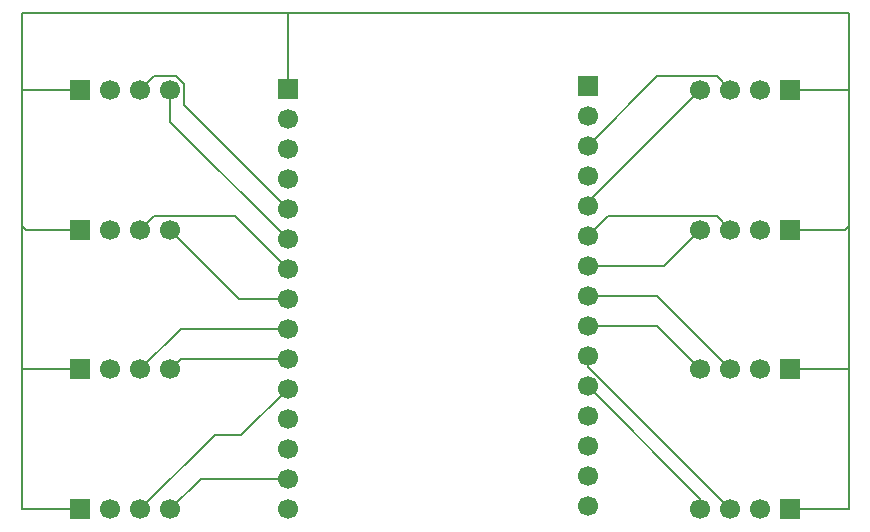
<source format=gbr>
%TF.GenerationSoftware,KiCad,Pcbnew,9.0.3-9.0.3-0~ubuntu24.04.1*%
%TF.CreationDate,2025-08-18T18:47:54+03:00*%
%TF.ProjectId,PCH_ESP32,5043485f-4553-4503-9332-2e6b69636164,rev?*%
%TF.SameCoordinates,Original*%
%TF.FileFunction,Copper,L1,Top*%
%TF.FilePolarity,Positive*%
%FSLAX46Y46*%
G04 Gerber Fmt 4.6, Leading zero omitted, Abs format (unit mm)*
G04 Created by KiCad (PCBNEW 9.0.3-9.0.3-0~ubuntu24.04.1) date 2025-08-18 18:47:54*
%MOMM*%
%LPD*%
G01*
G04 APERTURE LIST*
%TA.AperFunction,ComponentPad*%
%ADD10C,1.700000*%
%TD*%
%TA.AperFunction,ComponentPad*%
%ADD11R,1.700000X1.700000*%
%TD*%
%TA.AperFunction,Conductor*%
%ADD12C,0.200000*%
%TD*%
G04 APERTURE END LIST*
D10*
%TO.P,J7,4,Pin_4*%
%TO.N,Net-(J1-Pin_6)*%
X140080000Y-61000000D03*
%TO.P,J7,3,Pin_3*%
%TO.N,Net-(J1-Pin_5)*%
X137540000Y-61000000D03*
%TO.P,J7,2,Pin_2*%
%TO.N,Net-(J1-Pin_2)*%
X135000000Y-61000000D03*
D11*
%TO.P,J7,1,Pin_1*%
%TO.N,Net-(J1-Pin_1)*%
X132460000Y-61000000D03*
%TD*%
D10*
%TO.P,J1,15,Pin_15*%
%TO.N,unconnected-(J1-Pin_15-Pad15)*%
X150000000Y-96450000D03*
%TO.P,J1,14,Pin_14*%
%TO.N,Net-(J1-Pin_14)*%
X150000000Y-93910000D03*
%TO.P,J1,13,Pin_13*%
%TO.N,unconnected-(J1-Pin_13-Pad13)*%
X150000000Y-91370000D03*
%TO.P,J1,12,Pin_12*%
%TO.N,unconnected-(J1-Pin_12-Pad12)*%
X150000000Y-88830000D03*
%TO.P,J1,11,Pin_11*%
%TO.N,Net-(J1-Pin_11)*%
X150000000Y-86290000D03*
%TO.P,J1,10,Pin_10*%
%TO.N,Net-(J1-Pin_10)*%
X150000000Y-83750000D03*
%TO.P,J1,9,Pin_9*%
%TO.N,Net-(J1-Pin_9)*%
X150000000Y-81210000D03*
%TO.P,J1,8,Pin_8*%
%TO.N,Net-(J1-Pin_8)*%
X150000000Y-78670000D03*
%TO.P,J1,7,Pin_7*%
%TO.N,Net-(J1-Pin_7)*%
X150000000Y-76130000D03*
%TO.P,J1,6,Pin_6*%
%TO.N,Net-(J1-Pin_6)*%
X150000000Y-73590000D03*
%TO.P,J1,5,Pin_5*%
%TO.N,Net-(J1-Pin_5)*%
X150000000Y-71050000D03*
%TO.P,J1,4,Pin_4*%
%TO.N,unconnected-(J1-Pin_4-Pad4)*%
X150000000Y-68510000D03*
%TO.P,J1,3,Pin_3*%
%TO.N,unconnected-(J1-Pin_3-Pad3)*%
X150000000Y-65970000D03*
%TO.P,J1,2,Pin_2*%
%TO.N,Net-(J1-Pin_2)*%
X150000000Y-63430000D03*
D11*
%TO.P,J1,1,Pin_1*%
%TO.N,Net-(J1-Pin_1)*%
X150000000Y-60890000D03*
%TD*%
D10*
%TO.P,J9,4,Pin_4*%
%TO.N,Net-(J1-Pin_10)*%
X140080000Y-84660000D03*
%TO.P,J9,3,Pin_3*%
%TO.N,Net-(J1-Pin_9)*%
X137540000Y-84660000D03*
%TO.P,J9,2,Pin_2*%
%TO.N,Net-(J1-Pin_2)*%
X135000000Y-84660000D03*
D11*
%TO.P,J9,1,Pin_1*%
%TO.N,Net-(J1-Pin_1)*%
X132460000Y-84660000D03*
%TD*%
%TO.P,J2,1,Pin_1*%
%TO.N,unconnected-(J2-Pin_1-Pad1)*%
X175400000Y-60680000D03*
D10*
%TO.P,J2,2,Pin_2*%
%TO.N,unconnected-(J2-Pin_2-Pad2)*%
X175400000Y-63220000D03*
%TO.P,J2,3,Pin_3*%
%TO.N,Net-(J2-Pin_3)*%
X175400000Y-65760000D03*
%TO.P,J2,4,Pin_4*%
%TO.N,unconnected-(J2-Pin_4-Pad4)*%
X175400000Y-68300000D03*
%TO.P,J2,5,Pin_5*%
%TO.N,Net-(J2-Pin_5)*%
X175400000Y-70840000D03*
%TO.P,J2,6,Pin_6*%
%TO.N,Net-(J2-Pin_6)*%
X175400000Y-73380000D03*
%TO.P,J2,7,Pin_7*%
%TO.N,Net-(J2-Pin_7)*%
X175400000Y-75920000D03*
%TO.P,J2,8,Pin_8*%
%TO.N,Net-(J2-Pin_8)*%
X175400000Y-78460000D03*
%TO.P,J2,9,Pin_9*%
%TO.N,Net-(J2-Pin_9)*%
X175400000Y-81000000D03*
%TO.P,J2,10,Pin_10*%
%TO.N,Net-(J2-Pin_10)*%
X175400000Y-83540000D03*
%TO.P,J2,11,Pin_11*%
%TO.N,Net-(J2-Pin_11)*%
X175400000Y-86080000D03*
%TO.P,J2,12,Pin_12*%
%TO.N,unconnected-(J2-Pin_12-Pad12)*%
X175400000Y-88620000D03*
%TO.P,J2,13,Pin_13*%
%TO.N,unconnected-(J2-Pin_13-Pad13)*%
X175400000Y-91160000D03*
%TO.P,J2,14,Pin_14*%
%TO.N,unconnected-(J2-Pin_14-Pad14)*%
X175400000Y-93700000D03*
%TO.P,J2,15,Pin_15*%
%TO.N,unconnected-(J2-Pin_15-Pad15)*%
X175400000Y-96240000D03*
%TD*%
D11*
%TO.P,J5,1,Pin_1*%
%TO.N,Net-(J1-Pin_1)*%
X192540000Y-84660000D03*
D10*
%TO.P,J5,2,Pin_2*%
%TO.N,Net-(J1-Pin_2)*%
X190000000Y-84660000D03*
%TO.P,J5,3,Pin_3*%
%TO.N,Net-(J2-Pin_8)*%
X187460000Y-84660000D03*
%TO.P,J5,4,Pin_4*%
%TO.N,Net-(J2-Pin_9)*%
X184920000Y-84660000D03*
%TD*%
%TO.P,J8,4,Pin_4*%
%TO.N,Net-(J1-Pin_8)*%
X140080000Y-72830000D03*
%TO.P,J8,3,Pin_3*%
%TO.N,Net-(J1-Pin_7)*%
X137540000Y-72830000D03*
%TO.P,J8,2,Pin_2*%
%TO.N,Net-(J1-Pin_2)*%
X135000000Y-72830000D03*
D11*
%TO.P,J8,1,Pin_1*%
%TO.N,Net-(J1-Pin_1)*%
X132460000Y-72830000D03*
%TD*%
D10*
%TO.P,J10,4,Pin_4*%
%TO.N,Net-(J1-Pin_14)*%
X140080000Y-96500000D03*
%TO.P,J10,3,Pin_3*%
%TO.N,Net-(J1-Pin_11)*%
X137540000Y-96500000D03*
%TO.P,J10,2,Pin_2*%
%TO.N,Net-(J1-Pin_2)*%
X135000000Y-96500000D03*
D11*
%TO.P,J10,1,Pin_1*%
%TO.N,Net-(J1-Pin_1)*%
X132460000Y-96500000D03*
%TD*%
%TO.P,J3,1,Pin_1*%
%TO.N,Net-(J1-Pin_1)*%
X192540000Y-61000000D03*
D10*
%TO.P,J3,2,Pin_2*%
%TO.N,Net-(J1-Pin_2)*%
X190000000Y-61000000D03*
%TO.P,J3,3,Pin_3*%
%TO.N,Net-(J2-Pin_3)*%
X187460000Y-61000000D03*
%TO.P,J3,4,Pin_4*%
%TO.N,Net-(J2-Pin_5)*%
X184920000Y-61000000D03*
%TD*%
%TO.P,J6,4,Pin_4*%
%TO.N,Net-(J2-Pin_11)*%
X184920000Y-96500000D03*
%TO.P,J6,3,Pin_3*%
%TO.N,Net-(J2-Pin_10)*%
X187460000Y-96500000D03*
%TO.P,J6,2,Pin_2*%
%TO.N,Net-(J1-Pin_2)*%
X190000000Y-96500000D03*
D11*
%TO.P,J6,1,Pin_1*%
%TO.N,Net-(J1-Pin_1)*%
X192540000Y-96500000D03*
%TD*%
D10*
%TO.P,J4,4,Pin_4*%
%TO.N,Net-(J2-Pin_7)*%
X184920000Y-72830000D03*
%TO.P,J4,3,Pin_3*%
%TO.N,Net-(J2-Pin_6)*%
X187460000Y-72830000D03*
%TO.P,J4,2,Pin_2*%
%TO.N,Net-(J1-Pin_2)*%
X190000000Y-72830000D03*
D11*
%TO.P,J4,1,Pin_1*%
%TO.N,Net-(J1-Pin_1)*%
X192540000Y-72830000D03*
%TD*%
D12*
%TO.N,Net-(J2-Pin_11)*%
X184920000Y-96500000D02*
X184920000Y-95600000D01*
X184920000Y-95600000D02*
X175400000Y-86080000D01*
%TO.N,Net-(J2-Pin_10)*%
X187460000Y-96500000D02*
X175400000Y-84440000D01*
X175400000Y-84440000D02*
X175400000Y-83540000D01*
%TO.N,Net-(J2-Pin_9)*%
X184920000Y-84660000D02*
X181260000Y-81000000D01*
X181260000Y-81000000D02*
X175400000Y-81000000D01*
%TO.N,Net-(J2-Pin_8)*%
X187460000Y-84660000D02*
X181260000Y-78460000D01*
X181260000Y-78460000D02*
X175400000Y-78460000D01*
%TO.N,Net-(J2-Pin_7)*%
X184920000Y-72830000D02*
X181830000Y-75920000D01*
X181830000Y-75920000D02*
X175400000Y-75920000D01*
%TO.N,Net-(J2-Pin_6)*%
X187460000Y-72830000D02*
X186309000Y-71679000D01*
X177101000Y-71679000D02*
X175400000Y-73380000D01*
X186309000Y-71679000D02*
X177101000Y-71679000D01*
%TO.N,Net-(J2-Pin_3)*%
X187460000Y-61000000D02*
X186309000Y-59849000D01*
X186309000Y-59849000D02*
X181311000Y-59849000D01*
X181311000Y-59849000D02*
X175400000Y-65760000D01*
%TO.N,Net-(J2-Pin_5)*%
X184920000Y-61000000D02*
X175400000Y-70520000D01*
X175400000Y-70520000D02*
X175400000Y-70840000D01*
%TO.N,Net-(J1-Pin_14)*%
X140080000Y-96500000D02*
X142670000Y-93910000D01*
X142670000Y-93910000D02*
X150000000Y-93910000D01*
%TO.N,Net-(J1-Pin_11)*%
X137540000Y-96500000D02*
X143821000Y-90219000D01*
X143821000Y-90219000D02*
X146071000Y-90219000D01*
X146071000Y-90219000D02*
X150000000Y-86290000D01*
%TO.N,Net-(J1-Pin_10)*%
X140080000Y-84660000D02*
X140990000Y-83750000D01*
X140990000Y-83750000D02*
X150000000Y-83750000D01*
%TO.N,Net-(J1-Pin_9)*%
X137540000Y-84660000D02*
X140990000Y-81210000D01*
X140990000Y-81210000D02*
X150000000Y-81210000D01*
%TO.N,Net-(J1-Pin_8)*%
X140080000Y-72830000D02*
X145920000Y-78670000D01*
X145920000Y-78670000D02*
X150000000Y-78670000D01*
%TO.N,Net-(J1-Pin_7)*%
X150000000Y-76130000D02*
X145549000Y-71679000D01*
X145549000Y-71679000D02*
X138691000Y-71679000D01*
X138691000Y-71679000D02*
X137540000Y-72830000D01*
%TO.N,Net-(J1-Pin_5)*%
X150000000Y-71050000D02*
X141231000Y-62281000D01*
X141231000Y-62281000D02*
X141231000Y-60523240D01*
X141231000Y-60523240D02*
X140556760Y-59849000D01*
X140556760Y-59849000D02*
X138691000Y-59849000D01*
X138691000Y-59849000D02*
X137540000Y-61000000D01*
%TO.N,Net-(J1-Pin_6)*%
X140080000Y-61000000D02*
X140080000Y-63670000D01*
X140080000Y-63670000D02*
X150000000Y-73590000D01*
%TO.N,Net-(J1-Pin_1)*%
X197500000Y-84500000D02*
X197500000Y-96500000D01*
X192540000Y-96500000D02*
X197500000Y-96500000D01*
X197500000Y-72500000D02*
X197500000Y-84500000D01*
X197340000Y-84660000D02*
X197500000Y-84500000D01*
X192540000Y-84660000D02*
X197340000Y-84660000D01*
X197500000Y-61000000D02*
X197500000Y-72500000D01*
X192540000Y-72830000D02*
X197170000Y-72830000D01*
X197170000Y-72830000D02*
X197500000Y-72500000D01*
X197500000Y-54500000D02*
X197500000Y-61000000D01*
X192540000Y-61000000D02*
X197500000Y-61000000D01*
X127500000Y-61000000D02*
X127500000Y-72500000D01*
X132460000Y-72830000D02*
X127830000Y-72830000D01*
X127830000Y-72830000D02*
X127500000Y-72500000D01*
X127500000Y-84500000D02*
X127500000Y-96500000D01*
X132460000Y-96500000D02*
X127500000Y-96500000D01*
X127500000Y-73000000D02*
X127500000Y-84500000D01*
X127660000Y-84660000D02*
X127500000Y-84500000D01*
X132460000Y-84660000D02*
X127660000Y-84660000D01*
X127500000Y-72500000D02*
X127500000Y-73000000D01*
X127500000Y-54500000D02*
X127500000Y-61000000D01*
X132460000Y-61000000D02*
X127500000Y-61000000D01*
X197500000Y-54500000D02*
X150000000Y-54500000D01*
X150000000Y-60890000D02*
X150000000Y-54500000D01*
X150000000Y-54500000D02*
X127500000Y-54500000D01*
%TD*%
M02*

</source>
